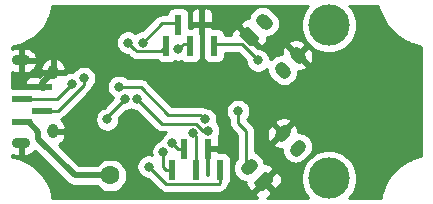
<source format=gbl>
G04 #@! TF.GenerationSoftware,KiCad,Pcbnew,5.1.5+dfsg1-2build2*
G04 #@! TF.CreationDate,2021-07-03T20:40:33+02:00*
G04 #@! TF.ProjectId,combined,636f6d62-696e-4656-942e-6b696361645f,rev?*
G04 #@! TF.SameCoordinates,Original*
G04 #@! TF.FileFunction,Copper,L2,Bot*
G04 #@! TF.FilePolarity,Positive*
%FSLAX46Y46*%
G04 Gerber Fmt 4.6, Leading zero omitted, Abs format (unit mm)*
G04 Created by KiCad (PCBNEW 5.1.5+dfsg1-2build2) date 2021-07-03 20:40:33*
%MOMM*%
%LPD*%
G04 APERTURE LIST*
%ADD10C,1.100000*%
%ADD11C,0.100000*%
%ADD12C,3.500000*%
%ADD13R,0.600000X1.750000*%
%ADD14R,1.750000X0.600000*%
%ADD15O,1.550000X0.890000*%
%ADD16O,0.950000X1.250000*%
%ADD17C,1.600000*%
%ADD18C,0.800000*%
%ADD19C,0.500000*%
%ADD20C,0.250000*%
%ADD21C,0.254000*%
G04 APERTURE END LIST*
D10*
X102209798Y-29664214D02*
X102492640Y-29947056D01*
X100937006Y-30937006D02*
X101219848Y-31219848D01*
G04 #@! TA.AperFunction,ComponentPad*
D11*
G36*
X98133054Y-27435392D02*
G01*
X98157293Y-27438988D01*
X98181063Y-27444942D01*
X98204135Y-27453197D01*
X98226287Y-27463674D01*
X98247305Y-27476272D01*
X98266987Y-27490869D01*
X98285144Y-27507325D01*
X98992675Y-28214856D01*
X99009131Y-28233013D01*
X99023728Y-28252695D01*
X99036326Y-28273713D01*
X99046803Y-28295865D01*
X99055058Y-28318937D01*
X99061012Y-28342707D01*
X99064608Y-28366946D01*
X99065810Y-28391421D01*
X99064608Y-28415896D01*
X99061012Y-28440135D01*
X99055058Y-28463905D01*
X99046803Y-28486977D01*
X99036326Y-28509129D01*
X99023728Y-28530147D01*
X99009131Y-28549829D01*
X98992675Y-28567986D01*
X98567986Y-28992675D01*
X98549829Y-29009131D01*
X98530147Y-29023728D01*
X98509129Y-29036326D01*
X98486977Y-29046803D01*
X98463905Y-29055058D01*
X98440135Y-29061012D01*
X98415896Y-29064608D01*
X98391421Y-29065810D01*
X98366946Y-29064608D01*
X98342707Y-29061012D01*
X98318937Y-29055058D01*
X98295865Y-29046803D01*
X98273713Y-29036326D01*
X98252695Y-29023728D01*
X98233013Y-29009131D01*
X98214856Y-28992675D01*
X97507325Y-28285144D01*
X97490869Y-28266987D01*
X97476272Y-28247305D01*
X97463674Y-28226287D01*
X97453197Y-28204135D01*
X97444942Y-28181063D01*
X97438988Y-28157293D01*
X97435392Y-28133054D01*
X97434190Y-28108579D01*
X97435392Y-28084104D01*
X97438988Y-28059865D01*
X97444942Y-28036095D01*
X97453197Y-28013023D01*
X97463674Y-27990871D01*
X97476272Y-27969853D01*
X97490869Y-27950171D01*
X97507325Y-27932014D01*
X97932014Y-27507325D01*
X97950171Y-27490869D01*
X97969853Y-27476272D01*
X97990871Y-27463674D01*
X98013023Y-27453197D01*
X98036095Y-27444942D01*
X98059865Y-27438988D01*
X98084104Y-27435392D01*
X98108579Y-27434190D01*
X98133054Y-27435392D01*
G37*
G04 #@! TD.AperFunction*
D10*
X99381371Y-26835787D02*
X99664213Y-27118629D01*
X100914214Y-36540202D02*
X101197056Y-36257360D01*
X102187006Y-37812994D02*
X102469848Y-37530152D01*
G04 #@! TA.AperFunction,ComponentPad*
D11*
G36*
X99665896Y-39685392D02*
G01*
X99690135Y-39688988D01*
X99713905Y-39694942D01*
X99736977Y-39703197D01*
X99759129Y-39713674D01*
X99780147Y-39726272D01*
X99799829Y-39740869D01*
X99817986Y-39757325D01*
X100242675Y-40182014D01*
X100259131Y-40200171D01*
X100273728Y-40219853D01*
X100286326Y-40240871D01*
X100296803Y-40263023D01*
X100305058Y-40286095D01*
X100311012Y-40309865D01*
X100314608Y-40334104D01*
X100315810Y-40358579D01*
X100314608Y-40383054D01*
X100311012Y-40407293D01*
X100305058Y-40431063D01*
X100296803Y-40454135D01*
X100286326Y-40476287D01*
X100273728Y-40497305D01*
X100259131Y-40516987D01*
X100242675Y-40535144D01*
X99535144Y-41242675D01*
X99516987Y-41259131D01*
X99497305Y-41273728D01*
X99476287Y-41286326D01*
X99454135Y-41296803D01*
X99431063Y-41305058D01*
X99407293Y-41311012D01*
X99383054Y-41314608D01*
X99358579Y-41315810D01*
X99334104Y-41314608D01*
X99309865Y-41311012D01*
X99286095Y-41305058D01*
X99263023Y-41296803D01*
X99240871Y-41286326D01*
X99219853Y-41273728D01*
X99200171Y-41259131D01*
X99182014Y-41242675D01*
X98757325Y-40817986D01*
X98740869Y-40799829D01*
X98726272Y-40780147D01*
X98713674Y-40759129D01*
X98703197Y-40736977D01*
X98694942Y-40713905D01*
X98688988Y-40690135D01*
X98685392Y-40665896D01*
X98684190Y-40641421D01*
X98685392Y-40616946D01*
X98688988Y-40592707D01*
X98694942Y-40568937D01*
X98703197Y-40545865D01*
X98713674Y-40523713D01*
X98726272Y-40502695D01*
X98740869Y-40483013D01*
X98757325Y-40464856D01*
X99464856Y-39757325D01*
X99483013Y-39740869D01*
X99502695Y-39726272D01*
X99523713Y-39713674D01*
X99545865Y-39703197D01*
X99568937Y-39694942D01*
X99592707Y-39688988D01*
X99616946Y-39685392D01*
X99641421Y-39684190D01*
X99665896Y-39685392D01*
G37*
G04 #@! TD.AperFunction*
D10*
X98085787Y-39368629D02*
X98368629Y-39085787D01*
D12*
X105000000Y-40250000D03*
X105000000Y-27250000D03*
D13*
X95250000Y-29000000D03*
X93250000Y-29000000D03*
X91250000Y-29000000D03*
X94250000Y-27250000D03*
X92250000Y-27250000D03*
X92750000Y-37750000D03*
X94750000Y-37750000D03*
X91750000Y-39500000D03*
X93750000Y-39500000D03*
X95750000Y-39500000D03*
D14*
X79000000Y-35500000D03*
X79000000Y-33500000D03*
X80750000Y-34500000D03*
X80750000Y-32500000D03*
D15*
X78950000Y-37250000D03*
X78950000Y-30250000D03*
D16*
X81650000Y-36250000D03*
X81650000Y-31250000D03*
D17*
X109500000Y-31750000D03*
X109500000Y-37500000D03*
D18*
X92500000Y-32750000D03*
X90250020Y-30750000D03*
D17*
X86499996Y-40000000D03*
D18*
X99000000Y-30250000D03*
X91000000Y-38000028D03*
X97310309Y-34560309D03*
X94496738Y-35239109D03*
X87250000Y-32500000D03*
X88750026Y-33500000D03*
X94783718Y-36197058D03*
X87750000Y-33500000D03*
X86240000Y-35240000D03*
X92250000Y-29325000D03*
X88000000Y-28750000D03*
X89250000Y-28750000D03*
X91725000Y-37275000D03*
X93514889Y-36379848D03*
X89750000Y-39249994D03*
X83250000Y-32250000D03*
X84250000Y-31749996D03*
D19*
X80750000Y-32150000D02*
X81650000Y-31250000D01*
X80750000Y-32500000D02*
X80750000Y-32150000D01*
X85368626Y-40000000D02*
X86499996Y-40000000D01*
X79000000Y-35500000D02*
X79575000Y-35500000D01*
X80375000Y-36300000D02*
X80375000Y-36875000D01*
X79575000Y-35500000D02*
X80375000Y-36300000D01*
X80375000Y-36875000D02*
X83500000Y-40000000D01*
X83500000Y-40000000D02*
X85368626Y-40000000D01*
D20*
X97625000Y-28875000D02*
X99000000Y-30250000D01*
X95250000Y-28875000D02*
X97625000Y-28875000D01*
X91000000Y-39300000D02*
X91000000Y-38565713D01*
X91200000Y-39500000D02*
X91000000Y-39300000D01*
X91750000Y-39500000D02*
X91200000Y-39500000D01*
X91000000Y-38565713D02*
X91000000Y-38000028D01*
X97310309Y-35125994D02*
X97310309Y-34560309D01*
X97310309Y-35560309D02*
X97310309Y-35125994D01*
X98000000Y-36250000D02*
X97310309Y-35560309D01*
X98000000Y-39000000D02*
X98000000Y-36250000D01*
X98227208Y-39227208D02*
X98000000Y-39000000D01*
X94496738Y-35239109D02*
X94096739Y-34839110D01*
X94096739Y-34839110D02*
X91404795Y-34839110D01*
X91404795Y-34839110D02*
X89065685Y-32500000D01*
X89065685Y-32500000D02*
X87815685Y-32500000D01*
X87815685Y-32500000D02*
X87250000Y-32500000D01*
X93774998Y-35598002D02*
X94374054Y-36197058D01*
X90848028Y-35598002D02*
X93774998Y-35598002D01*
X88750026Y-33500000D02*
X90848028Y-35598002D01*
X94374054Y-36197058D02*
X94783718Y-36197058D01*
X86240000Y-35010000D02*
X87750000Y-33500000D01*
X86240000Y-35240000D02*
X86240000Y-35010000D01*
X92700000Y-28875000D02*
X92250000Y-29325000D01*
X93250000Y-28875000D02*
X92700000Y-28875000D01*
X92250000Y-29325000D02*
X92250000Y-29325000D01*
X91250000Y-28875000D02*
X91250000Y-29000000D01*
X91250000Y-29000000D02*
X90750000Y-29500000D01*
X88500000Y-29250000D02*
X88000000Y-28750000D01*
X88000000Y-28750000D02*
X88000000Y-28750000D01*
X88750000Y-29500000D02*
X88500000Y-29250000D01*
X90750000Y-29500000D02*
X88750000Y-29500000D01*
X92250000Y-27125000D02*
X91239998Y-27125000D01*
X91239998Y-27125000D02*
X91125000Y-27125000D01*
X91239998Y-27125000D02*
X90875000Y-27125000D01*
X90875000Y-27125000D02*
X89250000Y-28750000D01*
X89250000Y-28750000D02*
X89250000Y-28750000D01*
X92200000Y-37750000D02*
X91725000Y-37275000D01*
X92750000Y-37750000D02*
X92200000Y-37750000D01*
X93750000Y-36614959D02*
X93514889Y-36379848D01*
X93750000Y-39500000D02*
X93750000Y-36614959D01*
X91200007Y-40700001D02*
X90149999Y-39649993D01*
X90149999Y-39649993D02*
X89750000Y-39249994D01*
X95750000Y-40625000D02*
X95674999Y-40700001D01*
X95750000Y-39500000D02*
X95750000Y-40625000D01*
X95674999Y-40700001D02*
X91200007Y-40700001D01*
X79000000Y-33500000D02*
X82000000Y-33500000D01*
X82850001Y-32649999D02*
X83250000Y-32250000D01*
X82000000Y-33500000D02*
X82850001Y-32649999D01*
X84250000Y-32315681D02*
X84250000Y-31749996D01*
X82065681Y-34500000D02*
X84250000Y-32315681D01*
X80750000Y-34500000D02*
X82065681Y-34500000D01*
D21*
G36*
X103147450Y-25729651D02*
G01*
X102886440Y-26120279D01*
X102706654Y-26554321D01*
X102615000Y-27015098D01*
X102615000Y-27484902D01*
X102706654Y-27945679D01*
X102886440Y-28379721D01*
X103147450Y-28770349D01*
X103479651Y-29102550D01*
X103870279Y-29363560D01*
X104304321Y-29543346D01*
X104765098Y-29635000D01*
X105234902Y-29635000D01*
X105695679Y-29543346D01*
X106129721Y-29363560D01*
X106520349Y-29102550D01*
X106852550Y-28770349D01*
X107113560Y-28379721D01*
X107293346Y-27945679D01*
X107385000Y-27484902D01*
X107385000Y-27015098D01*
X107293346Y-26554321D01*
X107113560Y-26120279D01*
X106852550Y-25729651D01*
X106749899Y-25627000D01*
X109123000Y-25627000D01*
X109123000Y-25750000D01*
X109125440Y-25774776D01*
X109136408Y-25806796D01*
X109886408Y-27306796D01*
X109899671Y-27327866D01*
X109910197Y-27339803D01*
X110660197Y-28089803D01*
X110684659Y-28108902D01*
X110953740Y-28270351D01*
X111145793Y-28426985D01*
X111195601Y-28460078D01*
X111244975Y-28493885D01*
X111253081Y-28498268D01*
X111856267Y-28818987D01*
X111894174Y-28834611D01*
X111934659Y-28858902D01*
X111957160Y-28869556D01*
X111969198Y-28873208D01*
X112103941Y-28906894D01*
X112629349Y-29065524D01*
X112688043Y-29077146D01*
X112746540Y-29089580D01*
X112755705Y-29090543D01*
X112840001Y-29098808D01*
X112840000Y-38373000D01*
X112750000Y-38373000D01*
X112725224Y-38375440D01*
X112709839Y-38379517D01*
X111959839Y-38629517D01*
X111937106Y-38639667D01*
X111923800Y-38648400D01*
X111908663Y-38659753D01*
X111893373Y-38666180D01*
X111837920Y-38688584D01*
X111829788Y-38692909D01*
X111829783Y-38692911D01*
X111829779Y-38692914D01*
X111228913Y-39017800D01*
X111179329Y-39051245D01*
X111129266Y-39084005D01*
X111122125Y-39089829D01*
X110595802Y-39525241D01*
X110553642Y-39567697D01*
X110510912Y-39609541D01*
X110505038Y-39616642D01*
X110073312Y-40145991D01*
X110040208Y-40195818D01*
X110006413Y-40245173D01*
X110002031Y-40253279D01*
X109928133Y-40392261D01*
X109910197Y-40410197D01*
X109894403Y-40429443D01*
X109879517Y-40459839D01*
X109858204Y-40523778D01*
X109681344Y-40856403D01*
X109658548Y-40911709D01*
X109634983Y-40966690D01*
X109632258Y-40975493D01*
X109434826Y-41629419D01*
X109423203Y-41688122D01*
X109410770Y-41746611D01*
X109409807Y-41755775D01*
X109398313Y-41873000D01*
X106749899Y-41873000D01*
X106852550Y-41770349D01*
X107113560Y-41379721D01*
X107293346Y-40945679D01*
X107385000Y-40484902D01*
X107385000Y-40015098D01*
X107293346Y-39554321D01*
X107113560Y-39120279D01*
X106852550Y-38729651D01*
X106520349Y-38397450D01*
X106129721Y-38136440D01*
X105695679Y-37956654D01*
X105234902Y-37865000D01*
X104765098Y-37865000D01*
X104304321Y-37956654D01*
X103870279Y-38136440D01*
X103479651Y-38397450D01*
X103147450Y-38729651D01*
X102886440Y-39120279D01*
X102706654Y-39554321D01*
X102615000Y-40015098D01*
X102615000Y-40484902D01*
X102706654Y-40945679D01*
X102886440Y-41379721D01*
X103147450Y-41770349D01*
X103250101Y-41873000D01*
X99806625Y-41873000D01*
X99809764Y-41870424D01*
X100135866Y-41539977D01*
X100135866Y-41315471D01*
X99500000Y-40679605D01*
X98722713Y-41456892D01*
X98722713Y-41681399D01*
X98907394Y-41870424D01*
X98910533Y-41873000D01*
X81600217Y-41873000D01*
X81584897Y-41727238D01*
X81572876Y-41668675D01*
X81561661Y-41609882D01*
X81558997Y-41601060D01*
X81357005Y-40948528D01*
X81333820Y-40893373D01*
X81311416Y-40837920D01*
X81307089Y-40829784D01*
X81307089Y-40829783D01*
X81307086Y-40829779D01*
X80982200Y-40228913D01*
X80948755Y-40179329D01*
X80915995Y-40129266D01*
X80910171Y-40122125D01*
X80474759Y-39595802D01*
X80432303Y-39553642D01*
X80390459Y-39510912D01*
X80383358Y-39505038D01*
X79854009Y-39073312D01*
X79804182Y-39040208D01*
X79754827Y-39006413D01*
X79746724Y-39002032D01*
X79746716Y-39002028D01*
X79143597Y-38681344D01*
X79088291Y-38658548D01*
X79033310Y-38634983D01*
X79024507Y-38632258D01*
X78370581Y-38434826D01*
X78311878Y-38423203D01*
X78253389Y-38410770D01*
X78244225Y-38409807D01*
X78160000Y-38401549D01*
X78160000Y-38230021D01*
X78284743Y-38284472D01*
X78493000Y-38330000D01*
X78823000Y-38330000D01*
X78823000Y-37377000D01*
X78803000Y-37377000D01*
X78803000Y-37123000D01*
X78823000Y-37123000D01*
X78823000Y-37103000D01*
X79077000Y-37103000D01*
X79077000Y-37123000D01*
X79097000Y-37123000D01*
X79097000Y-37377000D01*
X79077000Y-37377000D01*
X79077000Y-38330000D01*
X79407000Y-38330000D01*
X79615257Y-38284472D01*
X79810631Y-38199190D01*
X79985613Y-38077431D01*
X80133479Y-37923874D01*
X80148644Y-37900223D01*
X82843470Y-40595049D01*
X82871183Y-40628817D01*
X82904951Y-40656530D01*
X82904953Y-40656532D01*
X82957920Y-40700001D01*
X83005941Y-40739411D01*
X83159687Y-40821589D01*
X83326510Y-40872195D01*
X83456523Y-40885000D01*
X83456533Y-40885000D01*
X83499999Y-40889281D01*
X83543465Y-40885000D01*
X85365475Y-40885000D01*
X85385359Y-40914759D01*
X85585237Y-41114637D01*
X85820269Y-41271680D01*
X86081422Y-41379853D01*
X86358661Y-41435000D01*
X86641331Y-41435000D01*
X86918570Y-41379853D01*
X87179723Y-41271680D01*
X87414755Y-41114637D01*
X87614633Y-40914759D01*
X87771676Y-40679727D01*
X87879849Y-40418574D01*
X87934996Y-40141335D01*
X87934996Y-39858665D01*
X87879849Y-39581426D01*
X87771676Y-39320273D01*
X87614633Y-39085241D01*
X87414755Y-38885363D01*
X87179723Y-38728320D01*
X86918570Y-38620147D01*
X86641331Y-38565000D01*
X86358661Y-38565000D01*
X86081422Y-38620147D01*
X85820269Y-38728320D01*
X85585237Y-38885363D01*
X85385359Y-39085241D01*
X85365475Y-39115000D01*
X83866579Y-39115000D01*
X82145462Y-37393883D01*
X82321822Y-37285553D01*
X82481676Y-37137471D01*
X82609569Y-36961049D01*
X82700586Y-36763066D01*
X82751230Y-36551131D01*
X82602564Y-36377000D01*
X81777000Y-36377000D01*
X81777000Y-36397000D01*
X81523000Y-36397000D01*
X81523000Y-36377000D01*
X81503000Y-36377000D01*
X81503000Y-36123000D01*
X81523000Y-36123000D01*
X81523000Y-36103000D01*
X81777000Y-36103000D01*
X81777000Y-36123000D01*
X82602564Y-36123000D01*
X82751230Y-35948869D01*
X82700586Y-35736934D01*
X82609569Y-35538951D01*
X82481676Y-35362529D01*
X82323490Y-35215992D01*
X82357928Y-35205546D01*
X82484181Y-35138061D01*
X85205000Y-35138061D01*
X85205000Y-35341939D01*
X85244774Y-35541898D01*
X85322795Y-35730256D01*
X85436063Y-35899774D01*
X85580226Y-36043937D01*
X85749744Y-36157205D01*
X85938102Y-36235226D01*
X86138061Y-36275000D01*
X86341939Y-36275000D01*
X86541898Y-36235226D01*
X86730256Y-36157205D01*
X86899774Y-36043937D01*
X87043937Y-35899774D01*
X87157205Y-35730256D01*
X87235226Y-35541898D01*
X87275000Y-35341939D01*
X87275000Y-35138061D01*
X87260357Y-35064445D01*
X87789802Y-34535000D01*
X87851939Y-34535000D01*
X88051898Y-34495226D01*
X88240256Y-34417205D01*
X88250013Y-34410686D01*
X88259770Y-34417205D01*
X88448128Y-34495226D01*
X88648087Y-34535000D01*
X88710225Y-34535000D01*
X90284228Y-36109004D01*
X90308027Y-36138003D01*
X90337025Y-36161801D01*
X90423751Y-36232976D01*
X90522012Y-36285498D01*
X90555781Y-36303548D01*
X90699042Y-36347005D01*
X90810695Y-36358002D01*
X90810705Y-36358002D01*
X90848028Y-36361678D01*
X90885351Y-36358002D01*
X91234434Y-36358002D01*
X91065226Y-36471063D01*
X90921063Y-36615226D01*
X90807795Y-36784744D01*
X90729774Y-36973102D01*
X90724514Y-36999548D01*
X90698102Y-37004802D01*
X90509744Y-37082823D01*
X90340226Y-37196091D01*
X90196063Y-37340254D01*
X90082795Y-37509772D01*
X90004774Y-37698130D01*
X89965000Y-37898089D01*
X89965000Y-38101967D01*
X89993066Y-38243066D01*
X89851939Y-38214994D01*
X89648061Y-38214994D01*
X89448102Y-38254768D01*
X89259744Y-38332789D01*
X89090226Y-38446057D01*
X88946063Y-38590220D01*
X88832795Y-38759738D01*
X88754774Y-38948096D01*
X88715000Y-39148055D01*
X88715000Y-39351933D01*
X88754774Y-39551892D01*
X88832795Y-39740250D01*
X88946063Y-39909768D01*
X89090226Y-40053931D01*
X89259744Y-40167199D01*
X89448102Y-40245220D01*
X89648061Y-40284994D01*
X89710199Y-40284994D01*
X90636208Y-41211004D01*
X90660006Y-41240002D01*
X90689004Y-41263800D01*
X90775731Y-41334975D01*
X90907760Y-41405547D01*
X91051021Y-41449004D01*
X91200007Y-41463678D01*
X91237340Y-41460001D01*
X95637677Y-41460001D01*
X95674999Y-41463677D01*
X95712321Y-41460001D01*
X95712332Y-41460001D01*
X95823985Y-41449004D01*
X95967246Y-41405547D01*
X96099275Y-41334975D01*
X96215000Y-41240002D01*
X96238801Y-41211001D01*
X96261001Y-41188801D01*
X96290001Y-41165001D01*
X96384974Y-41049276D01*
X96455546Y-40917247D01*
X96477197Y-40845871D01*
X96501185Y-40826185D01*
X96580537Y-40729494D01*
X96639502Y-40619180D01*
X96675812Y-40499482D01*
X96688072Y-40375000D01*
X96688072Y-38625000D01*
X96675812Y-38500518D01*
X96639502Y-38380820D01*
X96580537Y-38270506D01*
X96501185Y-38173815D01*
X96404494Y-38094463D01*
X96294180Y-38035498D01*
X96174482Y-37999188D01*
X96050000Y-37986928D01*
X95636178Y-37986928D01*
X95526250Y-37877000D01*
X94877000Y-37877000D01*
X94877000Y-38349947D01*
X94860498Y-38380820D01*
X94824188Y-38500518D01*
X94811928Y-38625000D01*
X94811928Y-39940001D01*
X94688072Y-39940001D01*
X94688072Y-38625000D01*
X94675812Y-38500518D01*
X94639502Y-38380820D01*
X94623000Y-38349947D01*
X94623000Y-37877000D01*
X94603000Y-37877000D01*
X94603000Y-37623000D01*
X94623000Y-37623000D01*
X94623000Y-37603000D01*
X94877000Y-37603000D01*
X94877000Y-37623000D01*
X95526250Y-37623000D01*
X95685000Y-37464250D01*
X95688072Y-36875000D01*
X95675812Y-36750518D01*
X95670466Y-36732896D01*
X95700923Y-36687314D01*
X95778944Y-36498956D01*
X95818718Y-36298997D01*
X95818718Y-36095119D01*
X95778944Y-35895160D01*
X95700923Y-35706802D01*
X95587655Y-35537284D01*
X95508458Y-35458087D01*
X95531738Y-35341048D01*
X95531738Y-35137170D01*
X95491964Y-34937211D01*
X95413943Y-34748853D01*
X95300675Y-34579335D01*
X95179710Y-34458370D01*
X96275309Y-34458370D01*
X96275309Y-34662248D01*
X96315083Y-34862207D01*
X96393104Y-35050565D01*
X96506372Y-35220083D01*
X96550309Y-35264020D01*
X96550309Y-35522987D01*
X96546633Y-35560309D01*
X96550309Y-35597631D01*
X96550309Y-35597641D01*
X96561306Y-35709294D01*
X96604377Y-35851282D01*
X96604763Y-35852555D01*
X96675335Y-35984585D01*
X96690272Y-36002785D01*
X96770308Y-36100310D01*
X96799311Y-36124112D01*
X97240001Y-36564803D01*
X97240000Y-38538574D01*
X97206707Y-38571867D01*
X97095730Y-38707094D01*
X96985693Y-38912956D01*
X96917934Y-39136329D01*
X96895055Y-39368629D01*
X96917934Y-39600929D01*
X96985693Y-39824302D01*
X97095730Y-40030164D01*
X97243812Y-40210604D01*
X97424252Y-40358686D01*
X97630114Y-40468723D01*
X97853487Y-40536482D01*
X97952069Y-40546191D01*
X97942689Y-40641421D01*
X97954950Y-40765903D01*
X97991259Y-40885601D01*
X98050223Y-40995915D01*
X98129576Y-41092606D01*
X98318601Y-41277287D01*
X98543108Y-41277287D01*
X99320395Y-40500000D01*
X99679605Y-40500000D01*
X100315471Y-41135866D01*
X100539977Y-41135866D01*
X100870424Y-40809764D01*
X100949777Y-40713072D01*
X101008741Y-40602758D01*
X101045050Y-40483060D01*
X101057311Y-40358579D01*
X101045050Y-40234097D01*
X101008741Y-40114399D01*
X100949777Y-40004085D01*
X100870424Y-39907394D01*
X100681399Y-39722713D01*
X100456892Y-39722713D01*
X99679605Y-40500000D01*
X99320395Y-40500000D01*
X99306253Y-40485858D01*
X99485858Y-40306253D01*
X99500000Y-40320395D01*
X100277287Y-39543108D01*
X100277287Y-39318601D01*
X100092606Y-39129576D01*
X99995915Y-39050223D01*
X99885601Y-38991259D01*
X99765903Y-38954950D01*
X99641421Y-38942689D01*
X99546191Y-38952069D01*
X99536482Y-38853487D01*
X99468723Y-38630114D01*
X99358686Y-38424252D01*
X99210604Y-38243812D01*
X99030164Y-38095730D01*
X98824302Y-37985693D01*
X98760000Y-37966187D01*
X98760000Y-37350095D01*
X100283926Y-37350095D01*
X100324445Y-37568015D01*
X100355256Y-37592050D01*
X100571202Y-37680886D01*
X100800329Y-37725887D01*
X101004902Y-37725392D01*
X100996274Y-37812994D01*
X101019153Y-38045294D01*
X101086912Y-38268667D01*
X101196949Y-38474529D01*
X101345031Y-38654969D01*
X101525471Y-38803051D01*
X101731333Y-38913088D01*
X101954706Y-38980847D01*
X102187006Y-39003726D01*
X102419306Y-38980847D01*
X102642679Y-38913088D01*
X102848541Y-38803051D01*
X102983768Y-38692074D01*
X103348928Y-38326914D01*
X103459905Y-38191687D01*
X103569942Y-37985825D01*
X103637701Y-37762453D01*
X103660580Y-37530152D01*
X103637701Y-37297852D01*
X103569942Y-37074479D01*
X103459905Y-36868617D01*
X103311823Y-36688177D01*
X103131383Y-36540095D01*
X102925521Y-36430058D01*
X102702148Y-36362299D01*
X102469848Y-36339420D01*
X102382246Y-36348048D01*
X102382741Y-36143475D01*
X102337740Y-35914348D01*
X102248904Y-35698402D01*
X102224869Y-35667591D01*
X102006949Y-35627072D01*
X101235240Y-36398781D01*
X101249383Y-36412924D01*
X101069778Y-36592529D01*
X101055635Y-36578386D01*
X100283926Y-37350095D01*
X98760000Y-37350095D01*
X98760000Y-36654087D01*
X99728529Y-36654087D01*
X99773530Y-36883214D01*
X99862366Y-37099160D01*
X99886401Y-37129971D01*
X100104321Y-37170490D01*
X100876030Y-36398781D01*
X100237405Y-35760156D01*
X99995280Y-35782325D01*
X99865083Y-35976162D01*
X99775203Y-36191676D01*
X99729094Y-36420583D01*
X99728529Y-36654087D01*
X98760000Y-36654087D01*
X98760000Y-36287322D01*
X98763676Y-36249999D01*
X98760000Y-36212676D01*
X98760000Y-36212667D01*
X98749003Y-36101014D01*
X98705546Y-35957753D01*
X98634974Y-35825724D01*
X98540001Y-35709999D01*
X98511002Y-35686201D01*
X98405352Y-35580551D01*
X100417010Y-35580551D01*
X101055635Y-36219176D01*
X101827344Y-35447467D01*
X101786825Y-35229547D01*
X101756014Y-35205512D01*
X101540068Y-35116676D01*
X101310941Y-35071675D01*
X101077437Y-35072240D01*
X100848530Y-35118349D01*
X100633016Y-35208229D01*
X100439179Y-35338426D01*
X100417010Y-35580551D01*
X98405352Y-35580551D01*
X98079565Y-35254764D01*
X98114246Y-35220083D01*
X98227514Y-35050565D01*
X98305535Y-34862207D01*
X98345309Y-34662248D01*
X98345309Y-34458370D01*
X98305535Y-34258411D01*
X98227514Y-34070053D01*
X98114246Y-33900535D01*
X97970083Y-33756372D01*
X97800565Y-33643104D01*
X97612207Y-33565083D01*
X97412248Y-33525309D01*
X97208370Y-33525309D01*
X97008411Y-33565083D01*
X96820053Y-33643104D01*
X96650535Y-33756372D01*
X96506372Y-33900535D01*
X96393104Y-34070053D01*
X96315083Y-34258411D01*
X96275309Y-34458370D01*
X95179710Y-34458370D01*
X95156512Y-34435172D01*
X94986994Y-34321904D01*
X94798636Y-34243883D01*
X94598677Y-34204109D01*
X94520964Y-34204109D01*
X94388986Y-34133564D01*
X94245725Y-34090107D01*
X94134072Y-34079110D01*
X94134061Y-34079110D01*
X94096739Y-34075434D01*
X94059417Y-34079110D01*
X91719597Y-34079110D01*
X89629489Y-31989003D01*
X89605686Y-31959999D01*
X89489961Y-31865026D01*
X89357932Y-31794454D01*
X89214671Y-31750997D01*
X89103018Y-31740000D01*
X89103007Y-31740000D01*
X89065685Y-31736324D01*
X89028363Y-31740000D01*
X87953711Y-31740000D01*
X87909774Y-31696063D01*
X87740256Y-31582795D01*
X87551898Y-31504774D01*
X87351939Y-31465000D01*
X87148061Y-31465000D01*
X86948102Y-31504774D01*
X86759744Y-31582795D01*
X86590226Y-31696063D01*
X86446063Y-31840226D01*
X86332795Y-32009744D01*
X86254774Y-32198102D01*
X86215000Y-32398061D01*
X86215000Y-32601939D01*
X86254774Y-32801898D01*
X86332795Y-32990256D01*
X86446063Y-33159774D01*
X86590226Y-33303937D01*
X86716888Y-33388570D01*
X86715000Y-33398061D01*
X86715000Y-33460198D01*
X85924996Y-34250203D01*
X85749744Y-34322795D01*
X85580226Y-34436063D01*
X85436063Y-34580226D01*
X85322795Y-34749744D01*
X85244774Y-34938102D01*
X85205000Y-35138061D01*
X82484181Y-35138061D01*
X82489957Y-35134974D01*
X82605682Y-35040001D01*
X82629485Y-35010997D01*
X84761004Y-32879479D01*
X84790001Y-32855682D01*
X84884974Y-32739957D01*
X84955546Y-32607928D01*
X84998987Y-32464720D01*
X85053937Y-32409770D01*
X85167205Y-32240252D01*
X85245226Y-32051894D01*
X85285000Y-31851935D01*
X85285000Y-31648057D01*
X85245226Y-31448098D01*
X85167205Y-31259740D01*
X85053937Y-31090222D01*
X84909774Y-30946059D01*
X84740256Y-30832791D01*
X84551898Y-30754770D01*
X84351939Y-30714996D01*
X84148061Y-30714996D01*
X83948102Y-30754770D01*
X83759744Y-30832791D01*
X83590226Y-30946059D01*
X83446063Y-31090222D01*
X83361428Y-31216887D01*
X83351939Y-31215000D01*
X83148061Y-31215000D01*
X82948102Y-31254774D01*
X82759744Y-31332795D01*
X82635627Y-31415727D01*
X82602564Y-31377000D01*
X81777000Y-31377000D01*
X81777000Y-31582535D01*
X81749482Y-31574188D01*
X81625000Y-31561928D01*
X81523000Y-31562460D01*
X81523000Y-31377000D01*
X80697436Y-31377000D01*
X80548770Y-31551131D01*
X80579663Y-31680413D01*
X80464250Y-31565000D01*
X79875000Y-31561928D01*
X79750518Y-31574188D01*
X79630820Y-31610498D01*
X79520506Y-31669463D01*
X79423815Y-31748815D01*
X79344463Y-31845506D01*
X79285498Y-31955820D01*
X79249188Y-32075518D01*
X79236928Y-32200000D01*
X79240000Y-32214250D01*
X79398750Y-32373000D01*
X80623000Y-32373000D01*
X80623000Y-32353000D01*
X80877000Y-32353000D01*
X80877000Y-32373000D01*
X80897000Y-32373000D01*
X80897000Y-32627000D01*
X80877000Y-32627000D01*
X80877000Y-32647000D01*
X80623000Y-32647000D01*
X80623000Y-32627000D01*
X80150053Y-32627000D01*
X80119180Y-32610498D01*
X79999482Y-32574188D01*
X79875000Y-32561928D01*
X78160000Y-32561928D01*
X78160000Y-31230021D01*
X78284743Y-31284472D01*
X78493000Y-31330000D01*
X78823000Y-31330000D01*
X78823000Y-30377000D01*
X79077000Y-30377000D01*
X79077000Y-31330000D01*
X79407000Y-31330000D01*
X79615257Y-31284472D01*
X79810631Y-31199190D01*
X79985613Y-31077431D01*
X80109410Y-30948869D01*
X80548770Y-30948869D01*
X80697436Y-31123000D01*
X81523000Y-31123000D01*
X81523000Y-30157266D01*
X81777000Y-30157266D01*
X81777000Y-31123000D01*
X82602564Y-31123000D01*
X82751230Y-30948869D01*
X82700586Y-30736934D01*
X82609569Y-30538951D01*
X82481676Y-30362529D01*
X82321822Y-30214447D01*
X82136150Y-30100397D01*
X81947938Y-30030732D01*
X81777000Y-30157266D01*
X81523000Y-30157266D01*
X81352062Y-30030732D01*
X81163850Y-30100397D01*
X80978178Y-30214447D01*
X80818324Y-30362529D01*
X80690431Y-30538951D01*
X80599414Y-30736934D01*
X80548770Y-30948869D01*
X80109410Y-30948869D01*
X80133479Y-30923874D01*
X80248546Y-30744420D01*
X80319435Y-30543213D01*
X80192454Y-30377000D01*
X79077000Y-30377000D01*
X78823000Y-30377000D01*
X78803000Y-30377000D01*
X78803000Y-30123000D01*
X78823000Y-30123000D01*
X78823000Y-29170000D01*
X79077000Y-29170000D01*
X79077000Y-30123000D01*
X80192454Y-30123000D01*
X80319435Y-29956787D01*
X80248546Y-29755580D01*
X80133479Y-29576126D01*
X79985613Y-29422569D01*
X79810631Y-29300810D01*
X79615257Y-29215528D01*
X79407000Y-29170000D01*
X79077000Y-29170000D01*
X78823000Y-29170000D01*
X78493000Y-29170000D01*
X78284743Y-29215528D01*
X78160000Y-29269979D01*
X78160000Y-29093893D01*
X78331033Y-29073443D01*
X78389436Y-29060582D01*
X78448046Y-29048532D01*
X78456829Y-29045742D01*
X79106408Y-28834450D01*
X79161199Y-28810491D01*
X79216354Y-28787285D01*
X79224428Y-28782843D01*
X79465409Y-28648061D01*
X86965000Y-28648061D01*
X86965000Y-28851939D01*
X87004774Y-29051898D01*
X87082795Y-29240256D01*
X87196063Y-29409774D01*
X87340226Y-29553937D01*
X87509744Y-29667205D01*
X87698102Y-29745226D01*
X87898061Y-29785000D01*
X87960199Y-29785000D01*
X88186200Y-30011002D01*
X88209999Y-30040001D01*
X88325724Y-30134974D01*
X88457753Y-30205546D01*
X88601014Y-30249003D01*
X88712667Y-30260000D01*
X88712676Y-30260000D01*
X88749999Y-30263676D01*
X88787322Y-30260000D01*
X90444499Y-30260000D01*
X90498815Y-30326185D01*
X90595506Y-30405537D01*
X90705820Y-30464502D01*
X90825518Y-30500812D01*
X90950000Y-30513072D01*
X91550000Y-30513072D01*
X91674482Y-30500812D01*
X91794180Y-30464502D01*
X91904494Y-30405537D01*
X91996674Y-30329887D01*
X92148061Y-30360000D01*
X92351939Y-30360000D01*
X92503326Y-30329887D01*
X92595506Y-30405537D01*
X92705820Y-30464502D01*
X92825518Y-30500812D01*
X92950000Y-30513072D01*
X93550000Y-30513072D01*
X93674482Y-30500812D01*
X93794180Y-30464502D01*
X93904494Y-30405537D01*
X94001185Y-30326185D01*
X94080537Y-30229494D01*
X94139502Y-30119180D01*
X94175812Y-29999482D01*
X94188072Y-29875000D01*
X94188072Y-28125000D01*
X94311928Y-28125000D01*
X94311928Y-29875000D01*
X94324188Y-29999482D01*
X94360498Y-30119180D01*
X94419463Y-30229494D01*
X94498815Y-30326185D01*
X94595506Y-30405537D01*
X94705820Y-30464502D01*
X94825518Y-30500812D01*
X94950000Y-30513072D01*
X95550000Y-30513072D01*
X95674482Y-30500812D01*
X95794180Y-30464502D01*
X95904494Y-30405537D01*
X96001185Y-30326185D01*
X96080537Y-30229494D01*
X96139502Y-30119180D01*
X96175812Y-29999482D01*
X96188072Y-29875000D01*
X96188072Y-29635000D01*
X97310199Y-29635000D01*
X97965000Y-30289802D01*
X97965000Y-30351939D01*
X98004774Y-30551898D01*
X98082795Y-30740256D01*
X98196063Y-30909774D01*
X98340226Y-31053937D01*
X98509744Y-31167205D01*
X98698102Y-31245226D01*
X98898061Y-31285000D01*
X99101939Y-31285000D01*
X99301898Y-31245226D01*
X99490256Y-31167205D01*
X99659774Y-31053937D01*
X99749002Y-30964709D01*
X99769153Y-31169306D01*
X99836912Y-31392679D01*
X99946949Y-31598541D01*
X100057926Y-31733768D01*
X100423086Y-32098928D01*
X100558313Y-32209905D01*
X100764175Y-32319942D01*
X100987547Y-32387701D01*
X101219848Y-32410580D01*
X101452148Y-32387701D01*
X101675521Y-32319942D01*
X101881383Y-32209905D01*
X102061823Y-32061823D01*
X102209905Y-31881383D01*
X102319942Y-31675521D01*
X102387701Y-31452148D01*
X102410580Y-31219848D01*
X102401952Y-31132246D01*
X102606525Y-31132741D01*
X102835652Y-31087740D01*
X103051598Y-30998904D01*
X103082409Y-30974869D01*
X103122928Y-30756949D01*
X102351219Y-29985240D01*
X102337077Y-29999383D01*
X102157472Y-29819778D01*
X102171614Y-29805635D01*
X102530824Y-29805635D01*
X103302533Y-30577344D01*
X103520453Y-30536825D01*
X103544488Y-30506014D01*
X103633324Y-30290068D01*
X103678325Y-30060941D01*
X103677760Y-29827437D01*
X103631651Y-29598530D01*
X103541771Y-29383016D01*
X103411574Y-29189179D01*
X103169449Y-29167010D01*
X102530824Y-29805635D01*
X102171614Y-29805635D01*
X101399905Y-29033926D01*
X101181985Y-29074445D01*
X101157950Y-29105256D01*
X101069114Y-29321202D01*
X101024113Y-29550329D01*
X101024608Y-29754902D01*
X100937006Y-29746274D01*
X100704706Y-29769153D01*
X100481333Y-29836912D01*
X100275471Y-29946949D01*
X100095031Y-30095031D01*
X100035000Y-30168180D01*
X100035000Y-30148061D01*
X99995226Y-29948102D01*
X99917205Y-29759744D01*
X99803937Y-29590226D01*
X99659774Y-29446063D01*
X99490256Y-29332795D01*
X99301898Y-29254774D01*
X99101939Y-29215000D01*
X99039802Y-29215000D01*
X98188804Y-28364003D01*
X98165001Y-28334999D01*
X98066354Y-28254041D01*
X98070395Y-28250000D01*
X97293108Y-27472713D01*
X97068601Y-27472713D01*
X96879576Y-27657394D01*
X96800223Y-27754085D01*
X96741259Y-27864399D01*
X96704950Y-27984097D01*
X96692689Y-28108579D01*
X96693321Y-28115000D01*
X96187087Y-28115000D01*
X96175812Y-28000518D01*
X96139502Y-27880820D01*
X96080537Y-27770506D01*
X96001185Y-27673815D01*
X95904494Y-27594463D01*
X95794180Y-27535498D01*
X95674482Y-27499188D01*
X95550000Y-27486928D01*
X95136178Y-27486928D01*
X95026250Y-27377000D01*
X94377000Y-27377000D01*
X94377000Y-27849947D01*
X94360498Y-27880820D01*
X94324188Y-28000518D01*
X94311928Y-28125000D01*
X94188072Y-28125000D01*
X94175812Y-28000518D01*
X94139502Y-27880820D01*
X94123000Y-27849947D01*
X94123000Y-27377000D01*
X93473750Y-27377000D01*
X93363822Y-27486928D01*
X93188072Y-27486928D01*
X93188072Y-26375000D01*
X93311928Y-26375000D01*
X93315000Y-26964250D01*
X93473750Y-27123000D01*
X94123000Y-27123000D01*
X94123000Y-25898750D01*
X94377000Y-25898750D01*
X94377000Y-27123000D01*
X95026250Y-27123000D01*
X95080649Y-27068601D01*
X97472713Y-27068601D01*
X97472713Y-27293108D01*
X98250000Y-28070395D01*
X98264143Y-28056253D01*
X98443748Y-28235858D01*
X98429605Y-28250000D01*
X99206892Y-29027287D01*
X99431399Y-29027287D01*
X99608433Y-28854321D01*
X101579510Y-28854321D01*
X102351219Y-29626030D01*
X102989844Y-28987405D01*
X102967675Y-28745280D01*
X102773838Y-28615083D01*
X102558324Y-28525203D01*
X102329417Y-28479094D01*
X102095913Y-28478529D01*
X101866786Y-28523530D01*
X101650840Y-28612366D01*
X101620029Y-28636401D01*
X101579510Y-28854321D01*
X99608433Y-28854321D01*
X99620424Y-28842606D01*
X99699777Y-28745915D01*
X99758741Y-28635601D01*
X99795050Y-28515903D01*
X99807311Y-28391421D01*
X99797931Y-28296191D01*
X99896513Y-28286482D01*
X100119886Y-28218723D01*
X100325748Y-28108686D01*
X100506188Y-27960604D01*
X100654270Y-27780164D01*
X100764307Y-27574302D01*
X100832066Y-27350929D01*
X100854945Y-27118629D01*
X100832066Y-26886328D01*
X100764307Y-26662956D01*
X100654270Y-26457094D01*
X100543293Y-26321867D01*
X100178133Y-25956707D01*
X100042906Y-25845730D01*
X99837044Y-25735693D01*
X99613671Y-25667934D01*
X99381371Y-25645055D01*
X99149071Y-25667934D01*
X98925698Y-25735693D01*
X98719836Y-25845730D01*
X98539396Y-25993812D01*
X98391314Y-26174252D01*
X98281277Y-26380114D01*
X98213518Y-26603487D01*
X98203809Y-26702069D01*
X98108579Y-26692689D01*
X97984097Y-26704950D01*
X97864399Y-26741259D01*
X97754085Y-26800223D01*
X97657394Y-26879576D01*
X97472713Y-27068601D01*
X95080649Y-27068601D01*
X95185000Y-26964250D01*
X95188072Y-26375000D01*
X95175812Y-26250518D01*
X95139502Y-26130820D01*
X95080537Y-26020506D01*
X95001185Y-25923815D01*
X94904494Y-25844463D01*
X94794180Y-25785498D01*
X94674482Y-25749188D01*
X94550000Y-25736928D01*
X94535750Y-25740000D01*
X94377000Y-25898750D01*
X94123000Y-25898750D01*
X93964250Y-25740000D01*
X93950000Y-25736928D01*
X93825518Y-25749188D01*
X93705820Y-25785498D01*
X93595506Y-25844463D01*
X93498815Y-25923815D01*
X93419463Y-26020506D01*
X93360498Y-26130820D01*
X93324188Y-26250518D01*
X93311928Y-26375000D01*
X93188072Y-26375000D01*
X93175812Y-26250518D01*
X93139502Y-26130820D01*
X93080537Y-26020506D01*
X93001185Y-25923815D01*
X92904494Y-25844463D01*
X92794180Y-25785498D01*
X92674482Y-25749188D01*
X92550000Y-25736928D01*
X91950000Y-25736928D01*
X91825518Y-25749188D01*
X91705820Y-25785498D01*
X91595506Y-25844463D01*
X91498815Y-25923815D01*
X91419463Y-26020506D01*
X91360498Y-26130820D01*
X91324188Y-26250518D01*
X91312913Y-26365000D01*
X90912322Y-26365000D01*
X90874999Y-26361324D01*
X90837676Y-26365000D01*
X90837667Y-26365000D01*
X90726014Y-26375997D01*
X90582753Y-26419454D01*
X90450723Y-26490026D01*
X90393882Y-26536675D01*
X90334999Y-26584999D01*
X90311201Y-26613997D01*
X89210199Y-27715000D01*
X89148061Y-27715000D01*
X88948102Y-27754774D01*
X88759744Y-27832795D01*
X88625000Y-27922828D01*
X88490256Y-27832795D01*
X88301898Y-27754774D01*
X88101939Y-27715000D01*
X87898061Y-27715000D01*
X87698102Y-27754774D01*
X87509744Y-27832795D01*
X87340226Y-27946063D01*
X87196063Y-28090226D01*
X87082795Y-28259744D01*
X87004774Y-28448102D01*
X86965000Y-28648061D01*
X79465409Y-28648061D01*
X79820596Y-28449404D01*
X79869696Y-28415255D01*
X79919287Y-28381782D01*
X79926344Y-28375856D01*
X80446394Y-27932970D01*
X80487917Y-27889943D01*
X80530070Y-27847468D01*
X80535841Y-27840284D01*
X80959964Y-27304822D01*
X80992357Y-27254521D01*
X81025439Y-27204695D01*
X81029706Y-27196527D01*
X81336267Y-26599552D01*
X81355670Y-26570447D01*
X81367383Y-26548478D01*
X81373208Y-26530802D01*
X81386262Y-26478586D01*
X81386526Y-26477945D01*
X81389124Y-26469104D01*
X81577195Y-25812424D01*
X81587972Y-25753596D01*
X81599575Y-25694901D01*
X81600407Y-25685723D01*
X81605319Y-25627000D01*
X103250101Y-25627000D01*
X103147450Y-25729651D01*
G37*
X103147450Y-25729651D02*
X102886440Y-26120279D01*
X102706654Y-26554321D01*
X102615000Y-27015098D01*
X102615000Y-27484902D01*
X102706654Y-27945679D01*
X102886440Y-28379721D01*
X103147450Y-28770349D01*
X103479651Y-29102550D01*
X103870279Y-29363560D01*
X104304321Y-29543346D01*
X104765098Y-29635000D01*
X105234902Y-29635000D01*
X105695679Y-29543346D01*
X106129721Y-29363560D01*
X106520349Y-29102550D01*
X106852550Y-28770349D01*
X107113560Y-28379721D01*
X107293346Y-27945679D01*
X107385000Y-27484902D01*
X107385000Y-27015098D01*
X107293346Y-26554321D01*
X107113560Y-26120279D01*
X106852550Y-25729651D01*
X106749899Y-25627000D01*
X109123000Y-25627000D01*
X109123000Y-25750000D01*
X109125440Y-25774776D01*
X109136408Y-25806796D01*
X109886408Y-27306796D01*
X109899671Y-27327866D01*
X109910197Y-27339803D01*
X110660197Y-28089803D01*
X110684659Y-28108902D01*
X110953740Y-28270351D01*
X111145793Y-28426985D01*
X111195601Y-28460078D01*
X111244975Y-28493885D01*
X111253081Y-28498268D01*
X111856267Y-28818987D01*
X111894174Y-28834611D01*
X111934659Y-28858902D01*
X111957160Y-28869556D01*
X111969198Y-28873208D01*
X112103941Y-28906894D01*
X112629349Y-29065524D01*
X112688043Y-29077146D01*
X112746540Y-29089580D01*
X112755705Y-29090543D01*
X112840001Y-29098808D01*
X112840000Y-38373000D01*
X112750000Y-38373000D01*
X112725224Y-38375440D01*
X112709839Y-38379517D01*
X111959839Y-38629517D01*
X111937106Y-38639667D01*
X111923800Y-38648400D01*
X111908663Y-38659753D01*
X111893373Y-38666180D01*
X111837920Y-38688584D01*
X111829788Y-38692909D01*
X111829783Y-38692911D01*
X111829779Y-38692914D01*
X111228913Y-39017800D01*
X111179329Y-39051245D01*
X111129266Y-39084005D01*
X111122125Y-39089829D01*
X110595802Y-39525241D01*
X110553642Y-39567697D01*
X110510912Y-39609541D01*
X110505038Y-39616642D01*
X110073312Y-40145991D01*
X110040208Y-40195818D01*
X110006413Y-40245173D01*
X110002031Y-40253279D01*
X109928133Y-40392261D01*
X109910197Y-40410197D01*
X109894403Y-40429443D01*
X109879517Y-40459839D01*
X109858204Y-40523778D01*
X109681344Y-40856403D01*
X109658548Y-40911709D01*
X109634983Y-40966690D01*
X109632258Y-40975493D01*
X109434826Y-41629419D01*
X109423203Y-41688122D01*
X109410770Y-41746611D01*
X109409807Y-41755775D01*
X109398313Y-41873000D01*
X106749899Y-41873000D01*
X106852550Y-41770349D01*
X107113560Y-41379721D01*
X107293346Y-40945679D01*
X107385000Y-40484902D01*
X107385000Y-40015098D01*
X107293346Y-39554321D01*
X107113560Y-39120279D01*
X106852550Y-38729651D01*
X106520349Y-38397450D01*
X106129721Y-38136440D01*
X105695679Y-37956654D01*
X105234902Y-37865000D01*
X104765098Y-37865000D01*
X104304321Y-37956654D01*
X103870279Y-38136440D01*
X103479651Y-38397450D01*
X103147450Y-38729651D01*
X102886440Y-39120279D01*
X102706654Y-39554321D01*
X102615000Y-40015098D01*
X102615000Y-40484902D01*
X102706654Y-40945679D01*
X102886440Y-41379721D01*
X103147450Y-41770349D01*
X103250101Y-41873000D01*
X99806625Y-41873000D01*
X99809764Y-41870424D01*
X100135866Y-41539977D01*
X100135866Y-41315471D01*
X99500000Y-40679605D01*
X98722713Y-41456892D01*
X98722713Y-41681399D01*
X98907394Y-41870424D01*
X98910533Y-41873000D01*
X81600217Y-41873000D01*
X81584897Y-41727238D01*
X81572876Y-41668675D01*
X81561661Y-41609882D01*
X81558997Y-41601060D01*
X81357005Y-40948528D01*
X81333820Y-40893373D01*
X81311416Y-40837920D01*
X81307089Y-40829784D01*
X81307089Y-40829783D01*
X81307086Y-40829779D01*
X80982200Y-40228913D01*
X80948755Y-40179329D01*
X80915995Y-40129266D01*
X80910171Y-40122125D01*
X80474759Y-39595802D01*
X80432303Y-39553642D01*
X80390459Y-39510912D01*
X80383358Y-39505038D01*
X79854009Y-39073312D01*
X79804182Y-39040208D01*
X79754827Y-39006413D01*
X79746724Y-39002032D01*
X79746716Y-39002028D01*
X79143597Y-38681344D01*
X79088291Y-38658548D01*
X79033310Y-38634983D01*
X79024507Y-38632258D01*
X78370581Y-38434826D01*
X78311878Y-38423203D01*
X78253389Y-38410770D01*
X78244225Y-38409807D01*
X78160000Y-38401549D01*
X78160000Y-38230021D01*
X78284743Y-38284472D01*
X78493000Y-38330000D01*
X78823000Y-38330000D01*
X78823000Y-37377000D01*
X78803000Y-37377000D01*
X78803000Y-37123000D01*
X78823000Y-37123000D01*
X78823000Y-37103000D01*
X79077000Y-37103000D01*
X79077000Y-37123000D01*
X79097000Y-37123000D01*
X79097000Y-37377000D01*
X79077000Y-37377000D01*
X79077000Y-38330000D01*
X79407000Y-38330000D01*
X79615257Y-38284472D01*
X79810631Y-38199190D01*
X79985613Y-38077431D01*
X80133479Y-37923874D01*
X80148644Y-37900223D01*
X82843470Y-40595049D01*
X82871183Y-40628817D01*
X82904951Y-40656530D01*
X82904953Y-40656532D01*
X82957920Y-40700001D01*
X83005941Y-40739411D01*
X83159687Y-40821589D01*
X83326510Y-40872195D01*
X83456523Y-40885000D01*
X83456533Y-40885000D01*
X83499999Y-40889281D01*
X83543465Y-40885000D01*
X85365475Y-40885000D01*
X85385359Y-40914759D01*
X85585237Y-41114637D01*
X85820269Y-41271680D01*
X86081422Y-41379853D01*
X86358661Y-41435000D01*
X86641331Y-41435000D01*
X86918570Y-41379853D01*
X87179723Y-41271680D01*
X87414755Y-41114637D01*
X87614633Y-40914759D01*
X87771676Y-40679727D01*
X87879849Y-40418574D01*
X87934996Y-40141335D01*
X87934996Y-39858665D01*
X87879849Y-39581426D01*
X87771676Y-39320273D01*
X87614633Y-39085241D01*
X87414755Y-38885363D01*
X87179723Y-38728320D01*
X86918570Y-38620147D01*
X86641331Y-38565000D01*
X86358661Y-38565000D01*
X86081422Y-38620147D01*
X85820269Y-38728320D01*
X85585237Y-38885363D01*
X85385359Y-39085241D01*
X85365475Y-39115000D01*
X83866579Y-39115000D01*
X82145462Y-37393883D01*
X82321822Y-37285553D01*
X82481676Y-37137471D01*
X82609569Y-36961049D01*
X82700586Y-36763066D01*
X82751230Y-36551131D01*
X82602564Y-36377000D01*
X81777000Y-36377000D01*
X81777000Y-36397000D01*
X81523000Y-36397000D01*
X81523000Y-36377000D01*
X81503000Y-36377000D01*
X81503000Y-36123000D01*
X81523000Y-36123000D01*
X81523000Y-36103000D01*
X81777000Y-36103000D01*
X81777000Y-36123000D01*
X82602564Y-36123000D01*
X82751230Y-35948869D01*
X82700586Y-35736934D01*
X82609569Y-35538951D01*
X82481676Y-35362529D01*
X82323490Y-35215992D01*
X82357928Y-35205546D01*
X82484181Y-35138061D01*
X85205000Y-35138061D01*
X85205000Y-35341939D01*
X85244774Y-35541898D01*
X85322795Y-35730256D01*
X85436063Y-35899774D01*
X85580226Y-36043937D01*
X85749744Y-36157205D01*
X85938102Y-36235226D01*
X86138061Y-36275000D01*
X86341939Y-36275000D01*
X86541898Y-36235226D01*
X86730256Y-36157205D01*
X86899774Y-36043937D01*
X87043937Y-35899774D01*
X87157205Y-35730256D01*
X87235226Y-35541898D01*
X87275000Y-35341939D01*
X87275000Y-35138061D01*
X87260357Y-35064445D01*
X87789802Y-34535000D01*
X87851939Y-34535000D01*
X88051898Y-34495226D01*
X88240256Y-34417205D01*
X88250013Y-34410686D01*
X88259770Y-34417205D01*
X88448128Y-34495226D01*
X88648087Y-34535000D01*
X88710225Y-34535000D01*
X90284228Y-36109004D01*
X90308027Y-36138003D01*
X90337025Y-36161801D01*
X90423751Y-36232976D01*
X90522012Y-36285498D01*
X90555781Y-36303548D01*
X90699042Y-36347005D01*
X90810695Y-36358002D01*
X90810705Y-36358002D01*
X90848028Y-36361678D01*
X90885351Y-36358002D01*
X91234434Y-36358002D01*
X91065226Y-36471063D01*
X90921063Y-36615226D01*
X90807795Y-36784744D01*
X90729774Y-36973102D01*
X90724514Y-36999548D01*
X90698102Y-37004802D01*
X90509744Y-37082823D01*
X90340226Y-37196091D01*
X90196063Y-37340254D01*
X90082795Y-37509772D01*
X90004774Y-37698130D01*
X89965000Y-37898089D01*
X89965000Y-38101967D01*
X89993066Y-38243066D01*
X89851939Y-38214994D01*
X89648061Y-38214994D01*
X89448102Y-38254768D01*
X89259744Y-38332789D01*
X89090226Y-38446057D01*
X88946063Y-38590220D01*
X88832795Y-38759738D01*
X88754774Y-38948096D01*
X88715000Y-39148055D01*
X88715000Y-39351933D01*
X88754774Y-39551892D01*
X88832795Y-39740250D01*
X88946063Y-39909768D01*
X89090226Y-40053931D01*
X89259744Y-40167199D01*
X89448102Y-40245220D01*
X89648061Y-40284994D01*
X89710199Y-40284994D01*
X90636208Y-41211004D01*
X90660006Y-41240002D01*
X90689004Y-41263800D01*
X90775731Y-41334975D01*
X90907760Y-41405547D01*
X91051021Y-41449004D01*
X91200007Y-41463678D01*
X91237340Y-41460001D01*
X95637677Y-41460001D01*
X95674999Y-41463677D01*
X95712321Y-41460001D01*
X95712332Y-41460001D01*
X95823985Y-41449004D01*
X95967246Y-41405547D01*
X96099275Y-41334975D01*
X96215000Y-41240002D01*
X96238801Y-41211001D01*
X96261001Y-41188801D01*
X96290001Y-41165001D01*
X96384974Y-41049276D01*
X96455546Y-40917247D01*
X96477197Y-40845871D01*
X96501185Y-40826185D01*
X96580537Y-40729494D01*
X96639502Y-40619180D01*
X96675812Y-40499482D01*
X96688072Y-40375000D01*
X96688072Y-38625000D01*
X96675812Y-38500518D01*
X96639502Y-38380820D01*
X96580537Y-38270506D01*
X96501185Y-38173815D01*
X96404494Y-38094463D01*
X96294180Y-38035498D01*
X96174482Y-37999188D01*
X96050000Y-37986928D01*
X95636178Y-37986928D01*
X95526250Y-37877000D01*
X94877000Y-37877000D01*
X94877000Y-38349947D01*
X94860498Y-38380820D01*
X94824188Y-38500518D01*
X94811928Y-38625000D01*
X94811928Y-39940001D01*
X94688072Y-39940001D01*
X94688072Y-38625000D01*
X94675812Y-38500518D01*
X94639502Y-38380820D01*
X94623000Y-38349947D01*
X94623000Y-37877000D01*
X94603000Y-37877000D01*
X94603000Y-37623000D01*
X94623000Y-37623000D01*
X94623000Y-37603000D01*
X94877000Y-37603000D01*
X94877000Y-37623000D01*
X95526250Y-37623000D01*
X95685000Y-37464250D01*
X95688072Y-36875000D01*
X95675812Y-36750518D01*
X95670466Y-36732896D01*
X95700923Y-36687314D01*
X95778944Y-36498956D01*
X95818718Y-36298997D01*
X95818718Y-36095119D01*
X95778944Y-35895160D01*
X95700923Y-35706802D01*
X95587655Y-35537284D01*
X95508458Y-35458087D01*
X95531738Y-35341048D01*
X95531738Y-35137170D01*
X95491964Y-34937211D01*
X95413943Y-34748853D01*
X95300675Y-34579335D01*
X95179710Y-34458370D01*
X96275309Y-34458370D01*
X96275309Y-34662248D01*
X96315083Y-34862207D01*
X96393104Y-35050565D01*
X96506372Y-35220083D01*
X96550309Y-35264020D01*
X96550309Y-35522987D01*
X96546633Y-35560309D01*
X96550309Y-35597631D01*
X96550309Y-35597641D01*
X96561306Y-35709294D01*
X96604377Y-35851282D01*
X96604763Y-35852555D01*
X96675335Y-35984585D01*
X96690272Y-36002785D01*
X96770308Y-36100310D01*
X96799311Y-36124112D01*
X97240001Y-36564803D01*
X97240000Y-38538574D01*
X97206707Y-38571867D01*
X97095730Y-38707094D01*
X96985693Y-38912956D01*
X96917934Y-39136329D01*
X96895055Y-39368629D01*
X96917934Y-39600929D01*
X96985693Y-39824302D01*
X97095730Y-40030164D01*
X97243812Y-40210604D01*
X97424252Y-40358686D01*
X97630114Y-40468723D01*
X97853487Y-40536482D01*
X97952069Y-40546191D01*
X97942689Y-40641421D01*
X97954950Y-40765903D01*
X97991259Y-40885601D01*
X98050223Y-40995915D01*
X98129576Y-41092606D01*
X98318601Y-41277287D01*
X98543108Y-41277287D01*
X99320395Y-40500000D01*
X99679605Y-40500000D01*
X100315471Y-41135866D01*
X100539977Y-41135866D01*
X100870424Y-40809764D01*
X100949777Y-40713072D01*
X101008741Y-40602758D01*
X101045050Y-40483060D01*
X101057311Y-40358579D01*
X101045050Y-40234097D01*
X101008741Y-40114399D01*
X100949777Y-40004085D01*
X100870424Y-39907394D01*
X100681399Y-39722713D01*
X100456892Y-39722713D01*
X99679605Y-40500000D01*
X99320395Y-40500000D01*
X99306253Y-40485858D01*
X99485858Y-40306253D01*
X99500000Y-40320395D01*
X100277287Y-39543108D01*
X100277287Y-39318601D01*
X100092606Y-39129576D01*
X99995915Y-39050223D01*
X99885601Y-38991259D01*
X99765903Y-38954950D01*
X99641421Y-38942689D01*
X99546191Y-38952069D01*
X99536482Y-38853487D01*
X99468723Y-38630114D01*
X99358686Y-38424252D01*
X99210604Y-38243812D01*
X99030164Y-38095730D01*
X98824302Y-37985693D01*
X98760000Y-37966187D01*
X98760000Y-37350095D01*
X100283926Y-37350095D01*
X100324445Y-37568015D01*
X100355256Y-37592050D01*
X100571202Y-37680886D01*
X100800329Y-37725887D01*
X101004902Y-37725392D01*
X100996274Y-37812994D01*
X101019153Y-38045294D01*
X101086912Y-38268667D01*
X101196949Y-38474529D01*
X101345031Y-38654969D01*
X101525471Y-38803051D01*
X101731333Y-38913088D01*
X101954706Y-38980847D01*
X102187006Y-39003726D01*
X102419306Y-38980847D01*
X102642679Y-38913088D01*
X102848541Y-38803051D01*
X102983768Y-38692074D01*
X103348928Y-38326914D01*
X103459905Y-38191687D01*
X103569942Y-37985825D01*
X103637701Y-37762453D01*
X103660580Y-37530152D01*
X103637701Y-37297852D01*
X103569942Y-37074479D01*
X103459905Y-36868617D01*
X103311823Y-36688177D01*
X103131383Y-36540095D01*
X102925521Y-36430058D01*
X102702148Y-36362299D01*
X102469848Y-36339420D01*
X102382246Y-36348048D01*
X102382741Y-36143475D01*
X102337740Y-35914348D01*
X102248904Y-35698402D01*
X102224869Y-35667591D01*
X102006949Y-35627072D01*
X101235240Y-36398781D01*
X101249383Y-36412924D01*
X101069778Y-36592529D01*
X101055635Y-36578386D01*
X100283926Y-37350095D01*
X98760000Y-37350095D01*
X98760000Y-36654087D01*
X99728529Y-36654087D01*
X99773530Y-36883214D01*
X99862366Y-37099160D01*
X99886401Y-37129971D01*
X100104321Y-37170490D01*
X100876030Y-36398781D01*
X100237405Y-35760156D01*
X99995280Y-35782325D01*
X99865083Y-35976162D01*
X99775203Y-36191676D01*
X99729094Y-36420583D01*
X99728529Y-36654087D01*
X98760000Y-36654087D01*
X98760000Y-36287322D01*
X98763676Y-36249999D01*
X98760000Y-36212676D01*
X98760000Y-36212667D01*
X98749003Y-36101014D01*
X98705546Y-35957753D01*
X98634974Y-35825724D01*
X98540001Y-35709999D01*
X98511002Y-35686201D01*
X98405352Y-35580551D01*
X100417010Y-35580551D01*
X101055635Y-36219176D01*
X101827344Y-35447467D01*
X101786825Y-35229547D01*
X101756014Y-35205512D01*
X101540068Y-35116676D01*
X101310941Y-35071675D01*
X101077437Y-35072240D01*
X100848530Y-35118349D01*
X100633016Y-35208229D01*
X100439179Y-35338426D01*
X100417010Y-35580551D01*
X98405352Y-35580551D01*
X98079565Y-35254764D01*
X98114246Y-35220083D01*
X98227514Y-35050565D01*
X98305535Y-34862207D01*
X98345309Y-34662248D01*
X98345309Y-34458370D01*
X98305535Y-34258411D01*
X98227514Y-34070053D01*
X98114246Y-33900535D01*
X97970083Y-33756372D01*
X97800565Y-33643104D01*
X97612207Y-33565083D01*
X97412248Y-33525309D01*
X97208370Y-33525309D01*
X97008411Y-33565083D01*
X96820053Y-33643104D01*
X96650535Y-33756372D01*
X96506372Y-33900535D01*
X96393104Y-34070053D01*
X96315083Y-34258411D01*
X96275309Y-34458370D01*
X95179710Y-34458370D01*
X95156512Y-34435172D01*
X94986994Y-34321904D01*
X94798636Y-34243883D01*
X94598677Y-34204109D01*
X94520964Y-34204109D01*
X94388986Y-34133564D01*
X94245725Y-34090107D01*
X94134072Y-34079110D01*
X94134061Y-34079110D01*
X94096739Y-34075434D01*
X94059417Y-34079110D01*
X91719597Y-34079110D01*
X89629489Y-31989003D01*
X89605686Y-31959999D01*
X89489961Y-31865026D01*
X89357932Y-31794454D01*
X89214671Y-31750997D01*
X89103018Y-31740000D01*
X89103007Y-31740000D01*
X89065685Y-31736324D01*
X89028363Y-31740000D01*
X87953711Y-31740000D01*
X87909774Y-31696063D01*
X87740256Y-31582795D01*
X87551898Y-31504774D01*
X87351939Y-31465000D01*
X87148061Y-31465000D01*
X86948102Y-31504774D01*
X86759744Y-31582795D01*
X86590226Y-31696063D01*
X86446063Y-31840226D01*
X86332795Y-32009744D01*
X86254774Y-32198102D01*
X86215000Y-32398061D01*
X86215000Y-32601939D01*
X86254774Y-32801898D01*
X86332795Y-32990256D01*
X86446063Y-33159774D01*
X86590226Y-33303937D01*
X86716888Y-33388570D01*
X86715000Y-33398061D01*
X86715000Y-33460198D01*
X85924996Y-34250203D01*
X85749744Y-34322795D01*
X85580226Y-34436063D01*
X85436063Y-34580226D01*
X85322795Y-34749744D01*
X85244774Y-34938102D01*
X85205000Y-35138061D01*
X82484181Y-35138061D01*
X82489957Y-35134974D01*
X82605682Y-35040001D01*
X82629485Y-35010997D01*
X84761004Y-32879479D01*
X84790001Y-32855682D01*
X84884974Y-32739957D01*
X84955546Y-32607928D01*
X84998987Y-32464720D01*
X85053937Y-32409770D01*
X85167205Y-32240252D01*
X85245226Y-32051894D01*
X85285000Y-31851935D01*
X85285000Y-31648057D01*
X85245226Y-31448098D01*
X85167205Y-31259740D01*
X85053937Y-31090222D01*
X84909774Y-30946059D01*
X84740256Y-30832791D01*
X84551898Y-30754770D01*
X84351939Y-30714996D01*
X84148061Y-30714996D01*
X83948102Y-30754770D01*
X83759744Y-30832791D01*
X83590226Y-30946059D01*
X83446063Y-31090222D01*
X83361428Y-31216887D01*
X83351939Y-31215000D01*
X83148061Y-31215000D01*
X82948102Y-31254774D01*
X82759744Y-31332795D01*
X82635627Y-31415727D01*
X82602564Y-31377000D01*
X81777000Y-31377000D01*
X81777000Y-31582535D01*
X81749482Y-31574188D01*
X81625000Y-31561928D01*
X81523000Y-31562460D01*
X81523000Y-31377000D01*
X80697436Y-31377000D01*
X80548770Y-31551131D01*
X80579663Y-31680413D01*
X80464250Y-31565000D01*
X79875000Y-31561928D01*
X79750518Y-31574188D01*
X79630820Y-31610498D01*
X79520506Y-31669463D01*
X79423815Y-31748815D01*
X79344463Y-31845506D01*
X79285498Y-31955820D01*
X79249188Y-32075518D01*
X79236928Y-32200000D01*
X79240000Y-32214250D01*
X79398750Y-32373000D01*
X80623000Y-32373000D01*
X80623000Y-32353000D01*
X80877000Y-32353000D01*
X80877000Y-32373000D01*
X80897000Y-32373000D01*
X80897000Y-32627000D01*
X80877000Y-32627000D01*
X80877000Y-32647000D01*
X80623000Y-32647000D01*
X80623000Y-32627000D01*
X80150053Y-32627000D01*
X80119180Y-32610498D01*
X79999482Y-32574188D01*
X79875000Y-32561928D01*
X78160000Y-32561928D01*
X78160000Y-31230021D01*
X78284743Y-31284472D01*
X78493000Y-31330000D01*
X78823000Y-31330000D01*
X78823000Y-30377000D01*
X79077000Y-30377000D01*
X79077000Y-31330000D01*
X79407000Y-31330000D01*
X79615257Y-31284472D01*
X79810631Y-31199190D01*
X79985613Y-31077431D01*
X80109410Y-30948869D01*
X80548770Y-30948869D01*
X80697436Y-31123000D01*
X81523000Y-31123000D01*
X81523000Y-30157266D01*
X81777000Y-30157266D01*
X81777000Y-31123000D01*
X82602564Y-31123000D01*
X82751230Y-30948869D01*
X82700586Y-30736934D01*
X82609569Y-30538951D01*
X82481676Y-30362529D01*
X82321822Y-30214447D01*
X82136150Y-30100397D01*
X81947938Y-30030732D01*
X81777000Y-30157266D01*
X81523000Y-30157266D01*
X81352062Y-30030732D01*
X81163850Y-30100397D01*
X80978178Y-30214447D01*
X80818324Y-30362529D01*
X80690431Y-30538951D01*
X80599414Y-30736934D01*
X80548770Y-30948869D01*
X80109410Y-30948869D01*
X80133479Y-30923874D01*
X80248546Y-30744420D01*
X80319435Y-30543213D01*
X80192454Y-30377000D01*
X79077000Y-30377000D01*
X78823000Y-30377000D01*
X78803000Y-30377000D01*
X78803000Y-30123000D01*
X78823000Y-30123000D01*
X78823000Y-29170000D01*
X79077000Y-29170000D01*
X79077000Y-30123000D01*
X80192454Y-30123000D01*
X80319435Y-29956787D01*
X80248546Y-29755580D01*
X80133479Y-29576126D01*
X79985613Y-29422569D01*
X79810631Y-29300810D01*
X79615257Y-29215528D01*
X79407000Y-29170000D01*
X79077000Y-29170000D01*
X78823000Y-29170000D01*
X78493000Y-29170000D01*
X78284743Y-29215528D01*
X78160000Y-29269979D01*
X78160000Y-29093893D01*
X78331033Y-29073443D01*
X78389436Y-29060582D01*
X78448046Y-29048532D01*
X78456829Y-29045742D01*
X79106408Y-28834450D01*
X79161199Y-28810491D01*
X79216354Y-28787285D01*
X79224428Y-28782843D01*
X79465409Y-28648061D01*
X86965000Y-28648061D01*
X86965000Y-28851939D01*
X87004774Y-29051898D01*
X87082795Y-29240256D01*
X87196063Y-29409774D01*
X87340226Y-29553937D01*
X87509744Y-29667205D01*
X87698102Y-29745226D01*
X87898061Y-29785000D01*
X87960199Y-29785000D01*
X88186200Y-30011002D01*
X88209999Y-30040001D01*
X88325724Y-30134974D01*
X88457753Y-30205546D01*
X88601014Y-30249003D01*
X88712667Y-30260000D01*
X88712676Y-30260000D01*
X88749999Y-30263676D01*
X88787322Y-30260000D01*
X90444499Y-30260000D01*
X90498815Y-30326185D01*
X90595506Y-30405537D01*
X90705820Y-30464502D01*
X90825518Y-30500812D01*
X90950000Y-30513072D01*
X91550000Y-30513072D01*
X91674482Y-30500812D01*
X91794180Y-30464502D01*
X91904494Y-30405537D01*
X91996674Y-30329887D01*
X92148061Y-30360000D01*
X92351939Y-30360000D01*
X92503326Y-30329887D01*
X92595506Y-30405537D01*
X92705820Y-30464502D01*
X92825518Y-30500812D01*
X92950000Y-30513072D01*
X93550000Y-30513072D01*
X93674482Y-30500812D01*
X93794180Y-30464502D01*
X93904494Y-30405537D01*
X94001185Y-30326185D01*
X94080537Y-30229494D01*
X94139502Y-30119180D01*
X94175812Y-29999482D01*
X94188072Y-29875000D01*
X94188072Y-28125000D01*
X94311928Y-28125000D01*
X94311928Y-29875000D01*
X94324188Y-29999482D01*
X94360498Y-30119180D01*
X94419463Y-30229494D01*
X94498815Y-30326185D01*
X94595506Y-30405537D01*
X94705820Y-30464502D01*
X94825518Y-30500812D01*
X94950000Y-30513072D01*
X95550000Y-30513072D01*
X95674482Y-30500812D01*
X95794180Y-30464502D01*
X95904494Y-30405537D01*
X96001185Y-30326185D01*
X96080537Y-30229494D01*
X96139502Y-30119180D01*
X96175812Y-29999482D01*
X96188072Y-29875000D01*
X96188072Y-29635000D01*
X97310199Y-29635000D01*
X97965000Y-30289802D01*
X97965000Y-30351939D01*
X98004774Y-30551898D01*
X98082795Y-30740256D01*
X98196063Y-30909774D01*
X98340226Y-31053937D01*
X98509744Y-31167205D01*
X98698102Y-31245226D01*
X98898061Y-31285000D01*
X99101939Y-31285000D01*
X99301898Y-31245226D01*
X99490256Y-31167205D01*
X99659774Y-31053937D01*
X99749002Y-30964709D01*
X99769153Y-31169306D01*
X99836912Y-31392679D01*
X99946949Y-31598541D01*
X100057926Y-31733768D01*
X100423086Y-32098928D01*
X100558313Y-32209905D01*
X100764175Y-32319942D01*
X100987547Y-32387701D01*
X101219848Y-32410580D01*
X101452148Y-32387701D01*
X101675521Y-32319942D01*
X101881383Y-32209905D01*
X102061823Y-32061823D01*
X102209905Y-31881383D01*
X102319942Y-31675521D01*
X102387701Y-31452148D01*
X102410580Y-31219848D01*
X102401952Y-31132246D01*
X102606525Y-31132741D01*
X102835652Y-31087740D01*
X103051598Y-30998904D01*
X103082409Y-30974869D01*
X103122928Y-30756949D01*
X102351219Y-29985240D01*
X102337077Y-29999383D01*
X102157472Y-29819778D01*
X102171614Y-29805635D01*
X102530824Y-29805635D01*
X103302533Y-30577344D01*
X103520453Y-30536825D01*
X103544488Y-30506014D01*
X103633324Y-30290068D01*
X103678325Y-30060941D01*
X103677760Y-29827437D01*
X103631651Y-29598530D01*
X103541771Y-29383016D01*
X103411574Y-29189179D01*
X103169449Y-29167010D01*
X102530824Y-29805635D01*
X102171614Y-29805635D01*
X101399905Y-29033926D01*
X101181985Y-29074445D01*
X101157950Y-29105256D01*
X101069114Y-29321202D01*
X101024113Y-29550329D01*
X101024608Y-29754902D01*
X100937006Y-29746274D01*
X100704706Y-29769153D01*
X100481333Y-29836912D01*
X100275471Y-29946949D01*
X100095031Y-30095031D01*
X100035000Y-30168180D01*
X100035000Y-30148061D01*
X99995226Y-29948102D01*
X99917205Y-29759744D01*
X99803937Y-29590226D01*
X99659774Y-29446063D01*
X99490256Y-29332795D01*
X99301898Y-29254774D01*
X99101939Y-29215000D01*
X99039802Y-29215000D01*
X98188804Y-28364003D01*
X98165001Y-28334999D01*
X98066354Y-28254041D01*
X98070395Y-28250000D01*
X97293108Y-27472713D01*
X97068601Y-27472713D01*
X96879576Y-27657394D01*
X96800223Y-27754085D01*
X96741259Y-27864399D01*
X96704950Y-27984097D01*
X96692689Y-28108579D01*
X96693321Y-28115000D01*
X96187087Y-28115000D01*
X96175812Y-28000518D01*
X96139502Y-27880820D01*
X96080537Y-27770506D01*
X96001185Y-27673815D01*
X95904494Y-27594463D01*
X95794180Y-27535498D01*
X95674482Y-27499188D01*
X95550000Y-27486928D01*
X95136178Y-27486928D01*
X95026250Y-27377000D01*
X94377000Y-27377000D01*
X94377000Y-27849947D01*
X94360498Y-27880820D01*
X94324188Y-28000518D01*
X94311928Y-28125000D01*
X94188072Y-28125000D01*
X94175812Y-28000518D01*
X94139502Y-27880820D01*
X94123000Y-27849947D01*
X94123000Y-27377000D01*
X93473750Y-27377000D01*
X93363822Y-27486928D01*
X93188072Y-27486928D01*
X93188072Y-26375000D01*
X93311928Y-26375000D01*
X93315000Y-26964250D01*
X93473750Y-27123000D01*
X94123000Y-27123000D01*
X94123000Y-25898750D01*
X94377000Y-25898750D01*
X94377000Y-27123000D01*
X95026250Y-27123000D01*
X95080649Y-27068601D01*
X97472713Y-27068601D01*
X97472713Y-27293108D01*
X98250000Y-28070395D01*
X98264143Y-28056253D01*
X98443748Y-28235858D01*
X98429605Y-28250000D01*
X99206892Y-29027287D01*
X99431399Y-29027287D01*
X99608433Y-28854321D01*
X101579510Y-28854321D01*
X102351219Y-29626030D01*
X102989844Y-28987405D01*
X102967675Y-28745280D01*
X102773838Y-28615083D01*
X102558324Y-28525203D01*
X102329417Y-28479094D01*
X102095913Y-28478529D01*
X101866786Y-28523530D01*
X101650840Y-28612366D01*
X101620029Y-28636401D01*
X101579510Y-28854321D01*
X99608433Y-28854321D01*
X99620424Y-28842606D01*
X99699777Y-28745915D01*
X99758741Y-28635601D01*
X99795050Y-28515903D01*
X99807311Y-28391421D01*
X99797931Y-28296191D01*
X99896513Y-28286482D01*
X100119886Y-28218723D01*
X100325748Y-28108686D01*
X100506188Y-27960604D01*
X100654270Y-27780164D01*
X100764307Y-27574302D01*
X100832066Y-27350929D01*
X100854945Y-27118629D01*
X100832066Y-26886328D01*
X100764307Y-26662956D01*
X100654270Y-26457094D01*
X100543293Y-26321867D01*
X100178133Y-25956707D01*
X100042906Y-25845730D01*
X99837044Y-25735693D01*
X99613671Y-25667934D01*
X99381371Y-25645055D01*
X99149071Y-25667934D01*
X98925698Y-25735693D01*
X98719836Y-25845730D01*
X98539396Y-25993812D01*
X98391314Y-26174252D01*
X98281277Y-26380114D01*
X98213518Y-26603487D01*
X98203809Y-26702069D01*
X98108579Y-26692689D01*
X97984097Y-26704950D01*
X97864399Y-26741259D01*
X97754085Y-26800223D01*
X97657394Y-26879576D01*
X97472713Y-27068601D01*
X95080649Y-27068601D01*
X95185000Y-26964250D01*
X95188072Y-26375000D01*
X95175812Y-26250518D01*
X95139502Y-26130820D01*
X95080537Y-26020506D01*
X95001185Y-25923815D01*
X94904494Y-25844463D01*
X94794180Y-25785498D01*
X94674482Y-25749188D01*
X94550000Y-25736928D01*
X94535750Y-25740000D01*
X94377000Y-25898750D01*
X94123000Y-25898750D01*
X93964250Y-25740000D01*
X93950000Y-25736928D01*
X93825518Y-25749188D01*
X93705820Y-25785498D01*
X93595506Y-25844463D01*
X93498815Y-25923815D01*
X93419463Y-26020506D01*
X93360498Y-26130820D01*
X93324188Y-26250518D01*
X93311928Y-26375000D01*
X93188072Y-26375000D01*
X93175812Y-26250518D01*
X93139502Y-26130820D01*
X93080537Y-26020506D01*
X93001185Y-25923815D01*
X92904494Y-25844463D01*
X92794180Y-25785498D01*
X92674482Y-25749188D01*
X92550000Y-25736928D01*
X91950000Y-25736928D01*
X91825518Y-25749188D01*
X91705820Y-25785498D01*
X91595506Y-25844463D01*
X91498815Y-25923815D01*
X91419463Y-26020506D01*
X91360498Y-26130820D01*
X91324188Y-26250518D01*
X91312913Y-26365000D01*
X90912322Y-26365000D01*
X90874999Y-26361324D01*
X90837676Y-26365000D01*
X90837667Y-26365000D01*
X90726014Y-26375997D01*
X90582753Y-26419454D01*
X90450723Y-26490026D01*
X90393882Y-26536675D01*
X90334999Y-26584999D01*
X90311201Y-26613997D01*
X89210199Y-27715000D01*
X89148061Y-27715000D01*
X88948102Y-27754774D01*
X88759744Y-27832795D01*
X88625000Y-27922828D01*
X88490256Y-27832795D01*
X88301898Y-27754774D01*
X88101939Y-27715000D01*
X87898061Y-27715000D01*
X87698102Y-27754774D01*
X87509744Y-27832795D01*
X87340226Y-27946063D01*
X87196063Y-28090226D01*
X87082795Y-28259744D01*
X87004774Y-28448102D01*
X86965000Y-28648061D01*
X79465409Y-28648061D01*
X79820596Y-28449404D01*
X79869696Y-28415255D01*
X79919287Y-28381782D01*
X79926344Y-28375856D01*
X80446394Y-27932970D01*
X80487917Y-27889943D01*
X80530070Y-27847468D01*
X80535841Y-27840284D01*
X80959964Y-27304822D01*
X80992357Y-27254521D01*
X81025439Y-27204695D01*
X81029706Y-27196527D01*
X81336267Y-26599552D01*
X81355670Y-26570447D01*
X81367383Y-26548478D01*
X81373208Y-26530802D01*
X81386262Y-26478586D01*
X81386526Y-26477945D01*
X81389124Y-26469104D01*
X81577195Y-25812424D01*
X81587972Y-25753596D01*
X81599575Y-25694901D01*
X81600407Y-25685723D01*
X81605319Y-25627000D01*
X103250101Y-25627000D01*
X103147450Y-25729651D01*
M02*

</source>
